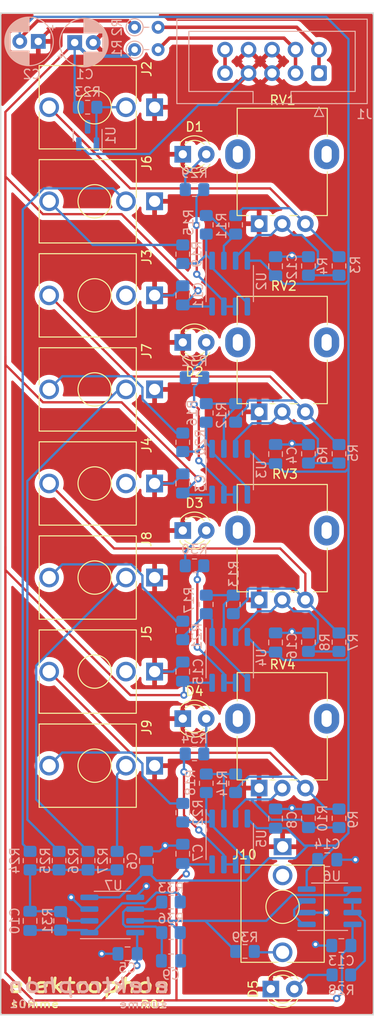
<source format=kicad_pcb>
(kicad_pcb (version 20221018) (generator pcbnew)
  (title_block (title "summe") (date "2021-05-30") (rev "R01") (comment 1 "PCB for main circuit") (comment 2 "DC coupled mixer") (comment 4 "License CC BY 4.0 - Attribution 4.0 International"))
  (layers (0 "F.Cu" signal) (31 "B.Cu" signal) (34 "B.Paste" user) (35 "F.Paste" user) (36 "B.SilkS" user "B.Silkscreen") (37 "F.SilkS" user "F.Silkscreen") (38 "B.Mask" user) (39 "F.Mask" user) (44 "Edge.Cuts" user))
  (net 0 "")
  (net 1 "GND")
  (net 2 "+15V")
  (net 3 "-15V")
  (net 4 "Net-(U7B--)")
  (net 5 "Net-(U7A--)")
  (net 6 "+5V")
  (net 7 "VP")
  (net 8 "VN")
  (net 9 "/IN_1")
  (net 10 "/IN_2")
  (net 11 "/IN_3")
  (net 12 "/IN_4")
  (net 13 "/MIX_1")
  (net 14 "Net-(J6-PadT)")
  (net 15 "/MIX_2")
  (net 16 "Net-(J7-PadT)")
  (net 17 "/MIX_3")
  (net 18 "Net-(J8-PadT)")
  (net 19 "/MIX_4")
  (net 20 "Net-(J9-PadT)")
  (net 21 "Net-(J10-PadT)")
  (net 22 "Net-(D1-A)")
  (net 23 "Net-(D2-A)")
  (net 24 "Net-(D3-A)")
  (net 25 "/OUT")
  (net 26 "Net-(D4-A)")
  (net 27 "Net-(D5-A)")
  (net 32 "Net-(U2A-+)")
  (net 33 "Net-(U3A-+)")
  (net 34 "Net-(U4A-+)")
  (net 35 "Net-(U5A-+)")
  (net 36 "Net-(C10-Pad1)")
  (net 37 "Net-(U2A--)")
  (net 38 "Net-(U3A--)")
  (net 39 "Net-(U4A--)")
  (net 40 "/REF")
  (net 41 "Net-(U5A--)")
  (net 42 "Net-(U6B--)")
  (net 43 "Net-(U2B--)")
  (net 44 "Net-(U4B--)")
  (net 45 "Net-(U3B--)")
  (net 46 "Net-(U5B--)")
  (net 47 "Net-(U6A-+)")
  (net 48 "Net-(J2-PadT)")
  (net 49 "Net-(J3-PadT)")
  (net 50 "Net-(J4-PadT)")
  (net 51 "Net-(J5-PadT)")
  (footprint "elektrophon:Jack_3.5mm_WQP-PJ398SM_Vertical" (layer "F.Cu") (at 60.96 60.96 -90)
    (fp_text reference "J2")
    (fp_text value "IN")
  )
  (footprint "elektrophon:Jack_3.5mm_WQP-PJ398SM_Vertical" (layer "F.Cu") (at 60.96 81.28 -90)
    (fp_text reference "J3")
    (fp_text value "IN")
  )
  (footprint "elektrophon:Jack_3.5mm_WQP-PJ398SM_Vertical" (layer "F.Cu") (at 60.96 101.6 -90)
    (fp_text reference "J4")
    (fp_text value "IN")
  )
  (footprint "elektrophon:Jack_3.5mm_WQP-PJ398SM_Vertical" (layer "F.Cu") (at 60.96 121.92 -90)
    (fp_text reference "J5")
    (fp_text value "IN")
  )
  (footprint "elektrophon:Jack_3.5mm_WQP-PJ398SM_Vertical" (layer "F.Cu") (at 60.96 71.12 -90)
    (fp_text reference "J6")
    (fp_text value "OUT")
  )
  (footprint "elektrophon:Jack_3.5mm_WQP-PJ398SM_Vertical" (layer "F.Cu") (at 60.96 91.44 -90)
    (fp_text reference "J7")
    (fp_text value "OUT")
  )
  (footprint "elektrophon:Jack_3.5mm_WQP-PJ398SM_Vertical" (layer "F.Cu") (at 60.96 111.76 -90)
    (fp_text reference "J8")
    (fp_text value "OUT")
  )
  (footprint "elektrophon:Jack_3.5mm_WQP-PJ398SM_Vertical" (layer "F.Cu") (at 60.96 132.08 -90)
    (fp_text reference "J9")
    (fp_text value "OUT")
  )
  (footprint "elektrophon:Jack_3.5mm_WQP-PJ398SM_Vertical" (layer "F.Cu") (at 81.28 147.32)
    (fp_text reference "J10")
    (fp_text value "OUT")
  )
  (footprint "elektrophon:Potentiometer_Alpha_RD901F-40-00D_Single_Vertical" (layer "F.Cu") (at 81.28 66.04 90)
    (fp_text reference "RV1")
    (fp_text value "100k")
  )
  (footprint "elektrophon:Potentiometer_Alpha_RD901F-40-00D_Single_Vertical" (layer "F.Cu") (at 81.28 86.36 90)
    (fp_text reference "RV2")
    (fp_text value "100k")
  )
  (footprint "elektrophon:Potentiometer_Alpha_RD901F-40-00D_Single_Vertical" (layer "F.Cu") (at 81.28 106.68 90)
    (fp_text reference "RV3")
    (fp_text value "100k")
  )
  (footprint "elektrophon:Potentiometer_Alpha_RD901F-40-00D_Single_Vertical" (layer "F.Cu") (at 81.28 127 90)
    (fp_text reference "RV4")
    (fp_text value "100k")
  )
  (footprint "LED_THT:LED_D3.0mm" (layer "F.Cu") (at 80.01 156.21)
    (fp_text reference "D5")
    (fp_text value "LED (Red/Yellow)")
  )
  (footprint "LED_THT:LED_D3.0mm" (layer "F.Cu") (at 70.485 66.04)
    (fp_text reference "D1")
    (fp_text value "LED (Green/Yellow)")
  )
  (footprint "LED_THT:LED_D3.0mm" (layer "F.Cu") (at 70.485 106.68)
    (fp_text reference "D3")
    (fp_text value "LED (Green/Yellow)")
  )
  (footprint "LED_THT:LED_D3.0mm" (layer "F.Cu") (at 70.485 86.36)
    (fp_text reference "D2")
    (fp_text value "LED (Green/Yellow)")
  )
  (footprint "LED_THT:LED_D3.0mm" (layer "F.Cu") (at 70.485 127)
    (fp_text reference "D4")
    (fp_text value "LED (Green/Yellow)")
  )
  (footprint "elektrophon:elektrophon logo" (layer "F.Cu") (at 60.325 156.845)
    (fp_text reference "REF**" hide)
    (fp_text value "elektrophon logo" hide)
  )
  (footprint "Capacitor_THT:CP_Radial_D5.0mm_P2.00mm" (layer "B.Cu") (at 58.801 53.975)
    (fp_text reference "C1")
    (fp_text value "22u")
  )
  (footprint "Capacitor_THT:CP_Radial_D5.0mm_P2.00mm" (layer "B.Cu") (at 54.864 53.848 180)
    (fp_text reference "C2")
    (fp_text value "22u")
  )
  (footprint "Connector_IDC:IDC-Header_2x05_P2.54mm_Vertical" (layer "B.Cu") (at 85.217 57.277 90)
    (fp_text reference "J1")
    (fp_text value "IDC Header")
  )
  (footprint "Resistor_THT:R_Axial_DIN0204_L3.6mm_D1.6mm_P2.54mm_Vertical" (layer "B.Cu") (at 65.278 54.737)
    (fp_text reference "R1")
    (fp_text value "10")
  )
  (footprint "Resistor_THT:R_Axial_DIN0204_L3.6mm_D1.6mm_P2.54mm_Vertical" (layer "B.Cu") (at 65.278 52.324)
    (fp_text reference "R2")
    (fp_text value "10")
  )
  (footprint "Resistor_SMD:R_0805_2012Metric_Pad1.20x1.40mm_HandSolder" (layer "B.Cu") (at 87.376 78.105 -90)
    (fp_text reference "R3")
    (fp_text value "47k")
  )
  (footprint "Resistor_SMD:R_0805_2012Metric_Pad1.20x1.40mm_HandSolder" (layer "B.Cu") (at 84.074 78.105 90)
    (fp_text reference "R4")
    (fp_text value "47k")
  )
  (footprint "Resistor_SMD:R_0805_2012Metric_Pad1.20x1.40mm_HandSolder" (layer "B.Cu") (at 87.376 98.395 -90)
    (fp_text reference "R5")
    (fp_text value "47k")
  )
  (footprint "Resistor_SMD:R_0805_2012Metric_Pad1.20x1.40mm_HandSolder" (layer "B.Cu") (at 84.074 98.395 90)
    (fp_text reference "R6")
    (fp_text value "47k")
  )
  (footprint "Resistor_SMD:R_0805_2012Metric_Pad1.20x1.40mm_HandSolder" (layer "B.Cu") (at 87.376 118.745 -90)
    (fp_text reference "R7")
    (fp_text value "47k")
  )
  (footprint "Resistor_SMD:R_0805_2012Metric_Pad1.20x1.40mm_HandSolder" (layer "B.Cu") (at 84.074 118.745 90)
    (fp_text reference "R8")
    (fp_text value "47k")
  )
  (footprint "Resistor_SMD:R_0805_2012Metric_Pad1.20x1.40mm_HandSolder" (layer "B.Cu") (at 87.376 137.765 -90)
    (fp_text reference "R9")
    (fp_text value "47k")
  )
  (footprint "Resistor_SMD:R_0805_2012Metric_Pad1.20x1.40mm_HandSolder" (layer "B.Cu") (at 84.074 137.765 90)
    (fp_text reference "R10")
    (fp_text value "47k")
  )
  (footprint "Resistor_SMD:R_0805_2012Metric_Pad1.20x1.40mm_HandSolder" (layer "B.Cu") (at 76.2 73.66 90)
    (fp_text reference "R11")
    (fp_text value "100k")
  )
  (footprint "Resistor_SMD:R_0805_2012Metric_Pad1.20x1.40mm_HandSolder" (layer "B.Cu") (at 76.2 93.98 -90)
    (fp_text reference "R12")
    (fp_text value "100k")
  )
  (footprint "Resistor_SMD:R_0805_2012Metric_Pad1.20x1.40mm_HandSolder" (layer "B.Cu") (at 75.946 114.665 -90)
    (fp_text reference "R13")
    (fp_text value "100k")
  )
  (footprint "Resistor_SMD:R_0805_2012Metric_Pad1.20x1.40mm_HandSolder" (layer "B.Cu") (at 76.2 133.985 -90)
    (fp_text reference "R14")
    (fp_text value "100k")
  )
  (footprint "Resistor_SMD:R_0805_2012Metric_Pad1.20x1.40mm_HandSolder" (layer "B.Cu") (at 73.025 73.66 90)
    (fp_text reference "R15")
    (fp_text value "100k")
  )
  (footprint "Resistor_SMD:R_0805_2012Metric_Pad1.20x1.40mm_HandSolder" (layer "B.Cu") (at 73.025 93.98 90)
    (fp_text reference "R16")
    (fp_text value "100k")
  )
  (footprint "Resistor_SMD:R_0805_2012Metric_Pad1.20x1.40mm_HandSolder" (layer "B.Cu") (at 73.025 114.665 90)
    (fp_text reference "R17")
    (fp_text value "100k")
  )
  (footprint "Resistor_SMD:R_0805_2012Metric_Pad1.20x1.40mm_HandSolder" (layer "B.Cu") (at 73.025 133.985 90)
    (fp_text reference "R18")
    (fp_text value "100k")
  )
  (footprint "Resistor_SMD:R_0805_2012Metric_Pad1.20x1.40mm_HandSolder" (layer "B.Cu") (at 70.485 76.835 90)
    (fp_text reference "R19")
    (fp_text value "1k")
  )
  (footprint "Resistor_SMD:R_0805_2012Metric_Pad1.20x1.40mm_HandSolder" (layer "B.Cu") (at 70.485 97.155 90)
    (fp_text reference "R20")
    (fp_text value "1k")
  )
  (footprint "Resistor_SMD:R_0805_2012Metric_Pad1.20x1.40mm_HandSolder" (layer "B.Cu") (at 70.485 117.475 90)
    (fp_text reference "R21")
    (fp_text value "1k")
  )
  (footprint "Resistor_SMD:R_0805_2012Metric_Pad1.20x1.40mm_HandSolder" (layer "B.Cu") (at 70.485 137.16 90)
    (fp_text reference "R22")
    (fp_text value "1k")
  )
  (footprint "Resistor_SMD:R_0805_2012Metric_Pad1.20x1.40mm_HandSolder" (layer "B.Cu") (at 53.975 142.337 -90)
    (fp_text reference "R24")
    (fp_text value "100k")
  )
  (footprint "Resistor_SMD:R_0805_2012Metric_Pad1.20x1.40mm_HandSolder" (layer "B.Cu") (at 57.1108 142.337 -90)
    (fp_text reference "R25")
    (fp_text value "100k")
  )
  (footprint "Resistor_SMD:R_0805_2012Metric_Pad1.20x1.40mm_HandSolder" (layer "B.Cu") (at 60.2465 142.337 -90)
    (fp_text reference "R26")
    (fp_text value "100k")
  )
  (footprint "Resistor_SMD:R_0805_2012Metric_Pad1.20x1.40mm_HandSolder" (layer "B.Cu") (at 63.3822 142.337 -90)
    (fp_text reference "R27")
    (fp_text value "100k")
  )
  (footprint "Resistor_SMD:R_0805_2012Metric_Pad1.20x1.40mm_HandSolder" (layer "B.Cu") (at 57.277 148.844 -90)
    (fp_text reference "R31")
    (fp_text value "100k")
  )
  (footprint "Resistor_SMD:R_0805_2012Metric_Pad1.20x1.40mm_HandSolder" (layer "B.Cu") (at 69.215 146.812 180)
    (fp_text reference "R33")
    (fp_text value "100k")
  )
  (footprint "Resistor_SMD:R_0805_2012Metric_Pad1.20x1.40mm_HandSolder" (layer "B.Cu") (at 69.215 150.114)
    (fp_text reference "R36")
    (fp_text value "100k")
  )
  (footprint "Resistor_SMD:R_0805_2012Metric_Pad1.20x1.40mm_HandSolder" (layer "B.Cu") (at 77.216 152.146)
    (fp_text reference "R39")
    (fp_text value "1k")
  )
  (footprint "Capacitor_SMD:C_0805_2012Metric_Pad1.18x1.45mm_HandSolder" (layer "B.Cu") (at 70.485 101.6 90)
    (fp_text reference "C3")
    (fp_text value "0.1u")
  )
  (footprint "Capacitor_SMD:C_0805_2012Metric_Pad1.18x1.45mm_HandSolder" (layer "B.Cu") (at 80.518 98.425 -90)
    (fp_text reference "C4")
    (fp_text value "0.1u")
  )
  (footprint "Capacitor_SMD:C_0805_2012Metric_Pad1.18x1.45mm_HandSolder" (layer "B.Cu") (at 64.516 152.4 180)
    (fp_text reference "C5")
    (fp_text value "0.1u")
  )
  (footprint "Capacitor_SMD:C_0805_2012Metric_Pad1.18x1.45mm_HandSolder" (layer "B.Cu") (at 66.548 142.367 -90)
    (fp_text reference "C6")
    (fp_text value "0.1u")
  )
  (footprint "Capacitor_SMD:C_0805_2012Metric_Pad1.18x1.45mm_HandSolder" (layer "B.Cu") (at 70.485 141.605 90)
    (fp_text reference "C7")
    (fp_text value "0.1u")
  )
  (footprint "Capacitor_SMD:C_0805_2012Metric_Pad1.18x1.45mm_HandSolder" (layer "B.Cu") (at 80.518 137.795 -90)
    (fp_text reference "C8")
    (fp_text value "0.1u")
  )
  (footprint "Capacitor_SMD:C_0805_2012Metric_Pad1.18x1.45mm_HandSolder" (layer "B.Cu") (at 53.975 148.844 90)
    (fp_text reference "C10")
    (fp_text value "100p")
  )
  (footprint "Capacitor_SMD:C_0805_2012Metric_Pad1.18x1.45mm_HandSolder" (layer "B.Cu") (at 70.485 81.28 90)
    (fp_text reference "C11")
    (fp_text value "0.1u")
  )
  (footprint "Capacitor_SMD:C_0805_2012Metric_Pad1.18x1.45mm_HandSolder" (layer "B.Cu") (at 80.518 78.135 -90)
    (fp_text reference "C12")
    (fp_text value "0.1u")
  )
  (footprint "Capacitor_SMD:C_0805_2012Metric_Pad1.18x1.45mm_HandSolder" (layer "B.Cu") (at 87.63 151.511 180)
    (fp_text reference "C13")
    (fp_text value "0.1u")
  )
  (footprint "Capacitor_SMD:C_0805_2012Metric_Pad1.18x1.45mm_HandSolder" (layer "B.Cu") (at 86.106 142.24 180)
    (fp_text reference "C14")
    (fp_text value "0.1u")
  )
  (footprint "Capacitor_SMD:C_0805_2012Metric_Pad1.18x1.45mm_HandSolder" (layer "B.Cu") (at 70.485 121.92 90)
    (fp_text reference "C15")
    (fp_text value "0.1u")
  )
  (footprint "Capacitor_SMD:C_0805_2012Metric_Pad1.18x1.45mm_HandSolder" (layer "B.Cu") (at 80.518 118.775 -90)
    (fp_text reference "C16")
    (fp_text value "0.1u")
  )
  (footprint "Resistor_SMD:R_0805_2012Metric_Pad1.20x1.40mm_HandSolder" (layer "B.Cu") (at 60.198 60.96 180)
    (fp_text reference "R23")
    (fp_text value "8.2k")
  )
  (footprint "Resistor_SMD:R_0805_2012Metric_Pad1.20x1.40mm_HandSolder" (layer "B.Cu") (at 87.63 154.686)
    (fp_text reference "R28")
    (fp_text value "510")
  )
  (footprint "Resistor_SMD:R_0805_2012Metric_Pad1.20x1.40mm_HandSolder" (layer "B.Cu") (at 71.755 69.85)
    (fp_text reference "R29")
    (fp_text value "510")
  )
  (footprint "Resistor_SMD:R_0805_2012Metric_Pad1.20x1.40mm_HandSolder" (layer "B.Cu") (at 71.755 110.49)
    (fp_text reference "R30")
    (fp_text value "510")
  )
  (footprint "Resistor_SMD:R_0805_2012Metric_Pad1.20x1.40mm_HandSolder" (layer "B.Cu") (at 71.755 90.17)
    (fp_text reference "R32")
    (fp_text value "510")
  )
  (footprint "Resistor_SMD:R_0805_2012Metric_Pad1.20x1.40mm_HandSolder" (layer "B.Cu") (at 71.755 130.81 180)
    (fp_text reference "R34")
    (fp_text value "510")
  )
  (footprint "Package_TO_SOT_SMD:SOT-23" (layer "B.Cu") (at 60.198 64.008 90)
    (fp_text reference "U1")
    (fp_text value "LM4040BIM3-5.0")
  )
  (footprint "Package_SO:SOIC-8_3.9x4.9mm_P1.27mm" (layer "B.Cu") (at 75.565 80.01 -90)
    (fp_text reference "U2")
    (fp_text value "TL072")
  )
  (footprint "Package_SO:SOIC-8_3.9x4.9mm_P1.27mm" (layer "B.Cu") (at 75.565 100.33 -90)
    (fp_text reference "U3")
    (fp_text value "TL072")
  )
  (footprint "Package_SO:SOIC-8_3.9x4.9mm_P1.27mm" (layer "B.Cu") (at 75.565 120.65 -90)
    (fp_text reference "U4")
    (fp_text value "TL072")
  )
  (footprint "Package_SO:SOIC-8_3.9x4.9mm_P1.27mm" (layer "B.Cu") (at 75.565 140.27 -90)
    (fp_text reference "U5")
    (fp_text value "TL072")
  )
  (footprint "Package_SO:SOIC-8_3.9x4.9mm_P1.27mm" (layer "B.Cu") (at 86.36 147.32)
    (fp_text reference "U6")
    (fp_text value "TL072")
  )
  (footprint "Package_SO:SOIC-8_3.9x4.9mm_P1.27mm" (layer "B.Cu") (at 62.865 148.209)
    (fp_text reference "U7")
    (fp_text value "TL072")
  )
  (footprint "Capacitor_SMD:C_0805_2012Metric_Pad1.18x1.45mm_HandSolder" (layer "B.Cu") (at 69.215 153.162 180)
    (fp_text reference "C9")
    (fp_text value "100p")
  )
  (gr_line (start 50.8 50.8) (end 50.8 158.98) (stroke (width 0.15)) (layer "Edge.Cuts"))
  (gr_line (start 50.8 50.8) (end 91.1 50.8) (stroke (width 0.15)) (layer "Edge.Cuts"))
  (gr_line (start 91.1 158.98) (end 50.8 158.98) (stroke (width 0.15)) (layer "Edge.Cuts"))
  (gr_line (start 91.1 50.8) (end 91.1 158.98) (stroke (width 0.15)) (layer "Edge.Cuts"))
  (segment (start 61.711557 52.784499) (end 67.444559 58.517501) (width 0.381) (layer "F.Cu") (net 1))
  (segment (start 55.927501 52.784499) (end 61.711557 52.784499) (width 0.381) (layer "F.Cu") (net 1))
  (segment (start 76.356499 58.517501) (end 77.597 57.277) (width 0.381) (layer "F.Cu") (net 1))
  (segment (start 67.444559 58.517501) (end 76.356499 58.517501) (width 0.381) (layer "F.Cu") (net 1))
  (segment (start 54.864 53.848) (end 55.927501 52.784499) (width 0.381) (layer "F.Cu") (net 1))
  (via (at 82.296 76.962) (size 0.8) (drill 0.4) (layers "F.Cu" "B.Cu") (net 1))
  (via (at 84.836 151.384) (size 0.8) (drill 0.4) (layers "F.Cu" "B.Cu") (net 1))
  (via (at 82.296 136.652) (size 0.8) (drill 0.4) (layers "F.Cu" "B.Cu") (net 1))
  (via (at 82.296 117.602) (size 0.8) (drill 0.4) (layers "F.Cu" "B.Cu") (net 1))
  (via (at 89.154 142.24) (size 0.8) (drill 0.4) (layers "F.Cu" "B.Cu") (net 1))
  (via (at 82.296 97.282) (size 0.8) (drill 0.4) (layers "F.Cu" "B.Cu") (net 1))
  (via (at 85.979 147.955) (size 0.8) (drill 0.4) (layers "F.Cu" "B.Cu") (net 1))
  (via (at 66.548 145.096) (size 0.8) (drill 0.4) (layers "F.Cu" "B.Cu") (net 1))
  (via (at 68.58 140.716) (size 0.8) (drill 0.4) (layers "F.Cu" "B.Cu") (net 1))
  (via (at 58.42 146.304) (size 0.8) (drill 0.4) (layers "F.Cu" "B.Cu") (net 1))
  (via (at 61.722 152.4) (size 0.8) (drill 0.4) (layers "F.Cu" "B.Cu") (net 1))
  (segment (start 84.963 151.511) (end 84.836 151.384) (width 0.25) (layer "B.Cu") (net 1))
  (segment (start 82.1905 97.3875) (end 82.296 97.282) (width 0.25) (layer "B.Cu") (net 1))
  (segment (start 84.074 77.105) (end 82.439 77.105) (width 0.25) (layer "B.Cu") (net 1))
  (segment (start 70.3365 140.716) (end 70.485 140.5675) (width 0.25) (layer "B.Cu") (net 1))
  (segment (start 82.1605 77.0975) (end 82.296 76.962) (width 0.25) (layer "B.Cu") (net 1))
  (segment (start 66.8848 66.008) (end 72.1868 60.706) (width 0.25) (layer "B.Cu") (net 1))
  (segment (start 87.1435 142.24) (end 89.154 142.24) (width 0.25) (layer "B.Cu") (net 1))
  (segment (start 69.4475 101.6) (end 70.485 100.5625) (width 0.25) (layer "B.Cu") (net 1))
  (segment (start 59.248 64.9455) (end 60.3105 66.008) (width 0.25) (layer "B.Cu") (net 1))
  (segment (start 83.885 147.955) (end 85.979 147.955) (width 0.25) (layer "B.Cu") (net 1))
  (segment (start 68.58 140.716) (end 70.3365 140.716) (width 0.25) (layer "B.Cu") (net 1))
  (segment (start 80.518 117.7375) (end 82.1605 117.7375) (width 0.25) (layer "B.Cu") (net 1))
  (segment (start 84.074 117.745) (end 82.439 117.745) (width 0.25) (layer "B.Cu") (net 1))
  (segment (start 82.439 117.745) (end 82.296 117.602) (width 0.25) (layer "B.Cu") (net 1))
  (segment (start 72.1868 60.706) (end 74.168 60.706) (width 0.25) (layer "B.Cu") (net 1))
  (segment (start 80.518 136.7575) (end 82.1905 136.7575) (width 0.25) (layer "B.Cu") (net 1))
  (segment (start 69.4475 121.92) (end 70.485 120.8825) (width 0.25) (layer "B.Cu") (net 1))
  (segment (start 82.409 136.765) (end 82.296 136.652) (width 0.25) (layer "B.Cu") (net 1))
  (segment (start 80.518 77.0975) (end 82.1605 77.0975) (width 0.25) (layer "B.Cu") (net 1))
  (segment (start 82.439 77.105) (end 82.296 76.962) (width 0.25) (layer "B.Cu") (net 1))
  (segment (start 84.074 136.765) (end 82.409 136.765) (width 0.25) (layer "B.Cu") (net 1))
  (segment (start 67.44 121.92) (end 69.4475 121.92) (width 0.25) (layer "B.Cu") (net 1))
  (segment (start 67.9665 141.3295) (end 68.58 140.716) (width 0.25) (layer "B.Cu") (net 1))
  (segment (start 82.1905 136.7575) (end 82.296 136.652) (width 0.25) (layer "B.Cu") (net 1))
  (segment (start 66.548 141.3295) (end 67.9665 141.3295) (width 0.25) (layer "B.Cu") (net 1))
  (segment (start 59.69 147.574) (end 58.42 146.304) (width 0.25) (layer "B.Cu") (net 1))
  (segment (start 63.4785 152.4) (end 61.722 152.4) (width 0.25) (layer "B.Cu") (net 1))
  (segment (start 67.44 81.28) (end 69.4475 81.28) (width 0.25) (layer "B.Cu") (net 1))
  (segment (start 80.518 97.3875) (end 82.1905 97.3875) (width 0.25) (layer "B.Cu") (net 1))
  (segment (start 86.5925 151.511) (end 84.963 151.511) (width 0.25) (layer "B.Cu") (net 1))
  (segment (start 82.409 97.395) (end 82.296 97.282) (width 0.25) (layer "B.Cu") (net 1))
  (segment (start 69.4475 81.28) (end 70.485 80.2425) (width 0.25) (layer "B.Cu") (net 1))
  (segment (start 74.168 60.706) (end 77.597 57.277) (width 0.25) (layer "B.Cu") (net 1))
  (segment (start 67.44 101.6) (end 69.4475 101.6) (width 0.25) (layer "B.Cu") (net 1))
  (segment (start 82.1605 117.7375) (end 82.296 117.602) (width 0.25) (layer "B.Cu") (net 1))
  (segment (start 60.3105 66.008) (end 66.8848 66.008) (width 0.25) (layer "B.Cu") (net 1))
  (segment (start 60.39 147.574) (end 59.69 147.574) (width 0.25) (layer "B.Cu") (net 1))
  (segment (start 65.34 146.304) (end 66.548 145.096) (width 0.25) (layer "B.Cu") (net 1))
  (segment (start 84.074 97.395) (end 82.409 97.395) (width 0.25) (layer "B.Cu") (net 1))
  (segment (start 51.308 61.468) (end 51.308 68.072) (width 0.25) (layer "F.Cu") (net 2))
  (segment (start 54.311001 157.435001) (end 56.432999 157.435001) (width 0.25) (layer "F.Cu") (net 2))
  (segment (start 69.805001 144.570999) (end 70.60598 143.77002) (width 0.25) (layer "F.Cu") (net 2))
  (segment (start 55.372799 92.830001) (end 51.308 88.765202) (width 0.25) (layer "F.Cu") (net 2))
  (segment (start 86.912999 157.435001) (end 87.122 157.226) (width 0.25) (layer "F.Cu") (net 2))
  (segment (start 51.308 87.884) (end 51.308 108.458) (width 0.25) (layer "F.Cu") (net 2))
  (segment (start 72.136 101.092) (end 63.874001 92.830001) (width 0.25) (layer "F.Cu") (net 2))
  (segment (start 51.308 68.072) (end 51.308 87.884) (width 0.25) (layer "F.Cu") (net 2))
  (segment (start 55.372799 72.510001) (end 51.308 68.445202) (width 0.25) (layer "F.Cu") (net 2))
  (segment (start 69.805001 157.435001) (end 69.805001 144.570999) (width 0.25) (layer "F.Cu") (net 2))
  (segment (start 51.308 88.765202) (end 51.308 87.884) (width 0.25) (layer "F.Cu") (net 2))
  (segment (start 51.308 154.432) (end 54.311001 157.435001) (width 0.25) (layer "F.Cu") (net 2))
  (segment (start 69.805001 157.435001) (end 86.912999 157.435001) (width 0.25) (layer "F.Cu") (net 2))
  (segment (start 61.766999 157.435001) (end 65.532 153.67) (width 0.25) (layer "F.Cu") (net 2))
  (segment (start 51.308 68.445202) (end 51.308 68.072) (width 0.25) (layer "F.Cu") (net 2))
  (segment (start 72.136 80.772) (end 63.874001 72.510001) (width 0.25) (layer "F.Cu") (net 2))
  (segment (start 56.432999 157.435001) (end 69.805001 157.435001) (width 0.25) (layer "F.Cu") (net 2))
  (segment (start 51.308 108.458) (end 51.308 154.432) (width 0.25) (layer "F.Cu") (net 2))
  (segment (start 63.874001 92.830001) (end 55.372799 92.830001) (width 0.25) (layer "F.Cu") (net 2))
  (segment (start 58.801 53.975) (end 51.308 61.468) (width 0.25) (layer "F.Cu") (net 2))
  (segment (start 70.60598 143.77002) (end 70.866 143.77002) (width 0.25) (layer "F.Cu") (net 2))
  (segment (start 56.432999 157.435001) (end 61.766999 157.435001) (width 0.25) (layer "F.Cu") (net 2))
  (segment (start 63.874001 72.510001) (end 55.372799 72.510001) (width 0.25) (layer "F.Cu") (net 2))
  (segment (start 64.822798 124.46) (end 70.612 124.46) (width 0.25) (layer "F.Cu") (net 2))
  (segment (start 51.308 110.945202) (end 64.822798 124.46) (width 0.25) (layer "F.Cu") (net 2))
  (segment (start 51.308 108.458) (end 51.308 110.945202) (width 0.25) (layer "F.Cu") (net 2))
  (via (at 72.136 80.772) (size 0.8) (drill 0.4) (layers "F.Cu" "B.Cu") (net 2))
  (via (at 65.532 153.67) (size 0.8) (drill 0.4) (layers "F.Cu" "B.Cu") (net 2))
  (via (at 87.122 157.226) (size 0.8) (drill 0.4) (layers "F.Cu" "B.Cu") (net 2))
  (via (at 70.866 143.77002) (size 0.8) (drill 0.4) (layers "F.Cu" "B.Cu") (net 2))
  (via (at 72.136 101.092) (size 0.8) (drill 0.4) (layers "F.Cu" "B.Cu") (net 2))
  (via (at 70.612 124.46) (size 0.8) (drill 0.4) (layers "F.Cu" "B.Cu") (net 2))
  (segment (start 73.66 123.125) (end 70.6525 123.125) (width 0.25) (layer "B.Cu") (net 2))
  (segment (start 73.66 82.485) (end 70.6525 82.485) (width 0.25) (layer "B.Cu") (net 2))
  (segment (start 88.835 151.3435) (end 88.6675 151.511) (width 0.25) (layer "B.Cu") (net 2))
  (segment (start 87.70499 152.47351) (end 88.6675 151.511) (width 0.25) (layer "B.Cu") (net 2))
  (segment (start 70.866 143.77002) (end 70.866 143.0235) (width 0.25) (layer "B.Cu") (net 2))
  (segment (start 73.66 142.745) (end 70.5875 142.745) (width 0.25) (layer "B.Cu") (net 2))
  (segment (start 58.801 53.975) (end 60.262999 55.436999) (width 0.381) (layer "B.Cu") (net 2))
  (segment (start 65.532 152.4215) (end 65.5535 152.4) (width 0.25) (layer "B.Cu") (net 2))
  (segment (start 70.6525 82.485) (end 70.485 82.3175) (width 0.25) (layer "B.Cu") (net 2))
  (segment (start 70.612 124.46) (end 70.612 123.0845) (width 0.25) (layer "B.Cu") (net 2))
  (segment (start 70.6525 123.125) (end 70.485 122.9575) (width 0.25) (layer "B.Cu") (net 2))
  (segment (start 87.70499 156.64301) (end 87.70499 152.47351) (width 0.25) (layer "B.Cu") (net 2))
  (segment (start 58.801 53.975) (end 58.801 60.563) (width 0.25) (layer "B.Cu") (net 2))
  (segment (start 70.5905 102.6375) (end 72.136 101.092) (width 0.25) (layer "B.Cu") (net 2))
  (segment (start 65.5535 152.4) (end 65.5535 150.3275) (width 0.25) (layer "B.Cu") (net 2))
  (segment (start 70.5875 142.745) (end 70.485 142.6425) (width 0.25) (layer "B.Cu") (net 2))
  (segment (start 70.5905 82.3175) (end 72.136 80.772) (width 0.25) (layer "B.Cu") (net 2))
  (segment (start 64.578001 55.436999) (end 65.278 54.737) (width 0.381) (layer "B.Cu") (net 2))
  (segment (start 70.6525 102.805) (end 70.485 102.6375) (width 0.25) (layer "B.Cu") (net 2))
  (segment (start 70.612 123.0845) (end 70.485 122.9575) (width 0.25) (layer "B.Cu") (net 2))
  (segment (start 70.866 143.0235) (end 70.485 142.6425) (width 0.25) (layer "B.Cu") (net 2))
  (segment (start 88.835 149.225) (end 88.835 151.3435) (width 0.25) (layer "B.Cu") (net 2))
  (segment (start 58.801 60.563) (end 59.198 60.96) (width 0.25) (layer "B.Cu") (net 2))
  (segment (start 70.485 102.6375) (end 70.5905 102.6375) (width 0.25) (layer "B.Cu") (net 2))
  (segment (start 65.532 153.67) (end 65.532 152.4215) (width 0.25) (layer "B.Cu") (net 2))
  (segment (start 73.66 102.805) (end 70.6525 102.805) (width 0.25) (layer "B.Cu") (net 2))
  (segment (start 87.122 157.226) (end 87.70499 156.64301) (width 0.25) (layer "B.Cu") (net 2))
  (segment (start 65.5535 150.3275) (end 65.34 150.114) (width 0.25) (layer "B.Cu") (net 2))
  (segment (start 70.485 82.3175) (end 70.5905 82.3175) (width 0.25) (layer "B.Cu") (net 2))
  (segment (start 60.262999 55.436999) (end 64.578001 55.436999) (width 0.381) (layer "B.Cu") (net 2))
  (segment (start 54.785098 51.624) (end 64.578 51.624) (width 0.381) (layer "F.Cu") (net 3))
  (segment (start 65.278 52.324) (end 64.578 51.624) (width 0.381) (layer "F.Cu") (net 3))
  (segment (start 54.785098 51.624) (end 52.864 53.545098) (width 0.381) (layer "F.Cu") (net 3))
  (segment (start 52.864 53.545098) (end 52.864 53.848) (width 0.381) (layer "F.Cu") (net 3))
  (segment (start 88.40101 139.35318) (end 87.842095 139.912095) (width 0.25) (layer "B.Cu") (net 3))
  (segment (start 86.106 140.716) (end 83.621002 140.716) (width 0.25) (layer "B.Cu") (net 3))
  (segment (start 88.40101 76.19099) (end 88.40101 94.24301) (width 0.25) (layer "B.Cu") (net 3))
  (segment (start 88.40101 113.27499) (end 88.40101 139.35318) (width 0.25) (layer "B.Cu") (net 3))
  (segment (start 63.6485 146.304) (end 60.39 146.304) (width 0.25) (layer "B.Cu") (net 3))
  (segment (start 54.38062 51.20001) (end 85.99801 51.20001) (width 0.25) (layer "B.Cu") (net 3))
  (segment (start 83.885 143.4235) (end 85.0685 142.24) (width 0.25) (layer "B.Cu") (net 3))
  (segment (start 85.99801 51.20001) (end 88.40101 53.60301) (width 0.25) (layer "B.Cu") (net 3))
  (segment (start 88.40101 120.33318) (end 88.06418 120.67001) (width 0.25) (layer "B.Cu") (net 3))
  (segment (start 88.40101 79.69318) (end 88.40101 76.19099) (width 0.25) (layer "B.Cu") (net 3))
  (segment (start 80.518 138.8325) (end 78.5075 138.8325) (width 0.25) (layer "B.Cu") (net 3))
  (segment (start 78.8805 77.535) (end 80.518 79.1725) (width 0.25) (layer "B.Cu") (net 3))
  (segment (start 88.06418 100.32001) (end 81.37551 100.32001) (width 0.25) (layer "B.Cu") (net 3))
  (segment (start 78.5075 138.8325) (end 77.47 137.795) (width 0.25) (layer "B.Cu") (net 3))
  (segment (start 85.0685 142.24) (end 85.51419 142.24) (width 0.25) (layer "B.Cu") (net 3))
  (segment (start 83.621002 140.716) (end 81.737502 138.8325) (width 0.25) (layer "B.Cu") (net 3))
  (segment (start 54.38062 51.20001) (end 52.864 52.71663) (width 0.25) (layer "B.Cu") (net 3))
  (segment (start 88.06418 120.67001) (end 81.37551 120.67001) (width 0.25) (layer "B.Cu") (net 3))
  (segment (start 81.37551 120.67001) (end 80.518 119.8125) (width 0.25) (layer "B.Cu") (net 3))
  (segment (start 80.518 119.8125) (end 79.1075 119.8125) (width 0.25) (layer "B.Cu") (net 3))
  (segment (start 79.781767 142.080001) (end 82.644001 142.080001) (width 0.25) (layer "B.Cu") (net 3))
  (segment (start 88.40101 76.19099) (end 88.40101 53.60301) (width 0.25) (layer "B.Cu") (net 3))
  (segment (start 77.366748 144.49502) (end 67.63852 144.49502) (width 0.25) (layer "B.Cu") (net 3))
  (segment (start 81.37551 100.32001) (end 80.518 99.4625) (width 0.25) (layer "B.Cu") (net 3))
  (segment (start 66.548 143.4045) (end 63.6485 146.304) (width 0.25) (layer "B.Cu") (net 3))
  (segment (start 87.03819 140.716) (end 86.106 140.716) (width 0.25) (layer "B.Cu") (net 3))
  (segment (start 52.864 52.71663) (end 52.864 53.848) (width 0.25) (layer "B.Cu") (net 3))
  (segment (start 77.47 77.535) (end 78.8805 77.535) (width 0.25) (layer "B.Cu") (net 3))
  (segment (start 88.40101 94.24301) (end 88.40101 99.98318) (width 0.25) (layer "B.Cu") (net 3))
  (segment (start 88.40101 99.98318) (end 88.06418 100.32001) (width 0.25) (layer "B.Cu") (net 3))
  (segment (start 80.518 79.1725) (end 81.37551 80.03001) (width 0.25) (layer "B.Cu") (net 3))
  (segment (start 87.842095 139.912095) (end 87.03819 140.716) (width 0.25) (layer "B.Cu") (net 3))
  (segment (start 67.63852 144.49502) (end 66.548 143.4045) (width 0.25) (layer "B.Cu") (net 3))
  (segment (start 83.885 145.415) (end 83.885 143.4235) (width 0.25) (layer "B.Cu") (net 3))
  (segment (start 79.781767 142.080001) (end 77.366748 144.49502) (width 0.25) (layer "B.Cu") (net 3))
  (segment (start 88.40101 113.27499) (end 88.40101 120.33318) (width 0.25) (layer "B.Cu") (net 3))
  (segment (start 79.1075 119.8125) (end 77.47 118.175) (width 0.25) (layer "B.Cu") (net 3))
  (segment (start 79.0775 99.4625) (end 77.47 97.855) (width 0.25) (layer "B.Cu") (net 3))
  (segment (start 81.737502 138.8325) (end 80.518 138.8325) (width 0.25) (layer "B.Cu") (net 3))
  (segment (start 84.008002 140.716) (end 82.644001 142.080001) (width 0.25) (layer "B.Cu") (net 3))
  (segment (start 88.40101 94.24301) (end 88.40101 113.27499) (width 0.25) (layer "B.Cu") (net 3))
  (segment (start 86.106 140.716) (end 84.008002 140.716) (width 0.25) (layer "B.Cu") (net 3))
  (segment (start 85.51419 142.24) (end 87.842095 139.912095) (width 0.25) (layer "B.Cu") (net 3))
  (segment (start 80.518 99.4625) (end 79.0775 99.4625) (width 0.25) (layer "B.Cu") (net 3))
  (segment (start 88.06418 80.03001) (end 88.40101 79.69318) (width 0.25) (layer "B.Cu") (net 3))
  (segment (start 81.37551 80.03001) (end 88.06418 80.03001) (width 0.25) (layer "B.Cu") (net 3))
  (segment (start 64.03999 147.89901) (end 64.03999 149.190758) (width 0.25) (layer "B.Cu") (net 4))
  (segment (start 64.365 147.574) (end 64.03999 147.89901) (width 0.25) (layer "B.Cu") (net 4))
  (segment (start 68.215 153.1245) (end 68.1775 153.162) (width 0.25) (layer "B.Cu") (net 4))
  (segment (start 65.34 147.574) (end 64.365 147.574) (width 0.25) (layer "B.Cu") (net 4))
  (segment (start 67.57001 149.46901) (end 68.215 150.114) (width 0.25) (layer "B.Cu") (net 4))
  (segment (start 67.453 147.574) (end 68.215 146.812) (width 0.25) (layer "B.Cu") (net 4))
  (segment (start 68.215 150.114) (end 68.215 153.1245) (width 0.25) (layer "B.Cu") (net 4))
  (segment (start 64.03999 149.190758) (end 64.318242 149.46901) (width 0.25) (layer "B.Cu") (net 4))
  (segment (start 64.318242 149.46901) (end 67.57001 149.46901) (width 0.25) (layer "B.Cu") (net 4))
  (segment (start 65.34 147.574) (end 67.453 147.574) (width 0.25) (layer "B.Cu") (net 4))
  (segment (start 53.975 147.8065) (end 57.2395 147.8065) (width 0.25) (layer "B.Cu") (net 5))
  (segment (start 53.975 147.8065) (end 53.975 143.337) (width 0.25) (layer "B.Cu") (net 5))
  (segment (start 58.277 148.844) (end 57.277 147.844) (width 0.25) (layer "B.Cu") (net 5))
  (segment (start 60.39 148.844) (end 58.277 148.844) (width 0.25) (layer "B.Cu") (net 5))
  (segment (start 57.2395 147.8065) (end 57.277 147.844) (width 0.25) (layer "B.Cu") (net 5))
  (segment (start 57.1108 143.337) (end 60.2465 143.337) (width 0.25) (layer "B.Cu") (net 5))
  (segment (start 60.2465 143.337) (end 63.3822 143.337) (width 0.25) (layer "B.Cu") (net 5))
  (segment (start 53.975 143.337) (end 57.1108 143.337) (width 0.25) (layer "B.Cu") (net 5))
  (segment (start 75.057 54.737) (end 75.057 57.277) (width 0.381) (layer "F.Cu") (net 6))
  (segment (start 82.677 54.737) (end 81.4365 53.4965) (width 0.381) (layer "F.Cu") (net 7))
  (segment (start 82.677 54.737) (end 82.677 57.277) (width 0.381) (layer "F.Cu") (net 7))
  (segment (start 69.0585 53.4965) (end 67.818 54.737) (width 0.381) (layer "F.Cu") (net 7))
  (segment (start 81.4365 53.4965) (end 69.0585 53.4965) (width 0.381) (layer "F.Cu") (net 7))
  (segment (start 85.217 54.737) (end 82.804 52.324) (width 0.381) (layer "F.Cu") (net 8))
  (segment (start 82.804 52.324) (end 67.818 52.324) (width 0.381) (layer "F.Cu") (net 8))
  (segment (start 85.217 54.737) (end 85.217 57.277) (width 0.381) (layer "F.Cu") (net 8))
  (segment (start 72.09 77.835) (end 73.025 76.9) (width 0.25) (layer "B.Cu") (net 9))
  (segment (start 73.025 76.9) (end 73.66 77.535) (width 0.25) (layer "B.Cu") (net 9))
  (segment (start 73.66 78.298232) (end 73.66 77.535) (width 0.25) (layer "B.Cu") (net 9))
  (segment (start 77.47 82.485) (end 77.47 82.108232) (width 0.25) (layer "B.Cu") (net 9))
  (segment (start 77.47 82.108232) (end 73.66 78.298232) (width 0.25) (layer "B.Cu") (net 9))
  (segment (start 73.025 74.66) (end 73.025 76.9) (width 0.25) (layer "B.Cu") (net 9))
  (segment (start 70.485 77.835) (end 72.09 77.835) (width 0.25) (layer "B.Cu") (net 9))
  (segment (start 77.47 102.041768) (end 77.47 102.805) (width 0.25) (layer "B.Cu") (net 10))
  (segment (start 70.485 98.155) (end 72.09 98.155) (width 0.25) (layer "B.Cu") (net 10))
  (segment (start 73.66 97.855) (end 73.66 98.231768) (width 0.25) (layer "B.Cu") (net 10))
  (segment (start 72.09 98.155) (end 73.025 97.22) (width 0.25) (layer "B.Cu") (net 10))
  (segment (start 73.025 94.98) (end 73.025 97.22) (width 0.25) (layer "B.Cu") (net 10))
  (segment (start 73.66 98.231768) (end 77.47 102.041768) (width 0.25) (layer "B.Cu") (net 10))
  (segment (start 73.025 97.22) (end 73.66 97.855) (width 0.25) (layer "B.Cu") (net 10))
  (segment (start 73.66 116.3) (end 73.025 115.665) (width 0.25) (layer "B.Cu") (net 11))
  (segment (start 73.66 118.175) (end 73.66 118.938232) (width 0.25) (layer "B.Cu") (net 11))
  (segment (start 73.66 118.175) (end 73.66 116.3) (width 0.25) (layer "B.Cu") (net 11))
  (segment (start 73.66 118.938232) (end 77.47 122.748232) (width 0.25) (layer "B.Cu") (net 11))
  (segment (start 77.47 122.748232) (end 77.47 123.125) (width 0.25) (layer "B.Cu") (net 11))
  (segment (start 70.485 118.475) (end 70.485 118.205) (width 0.25) (layer "B.Cu") (net 11))
  (segment (start 70.485 118.205) (end 73.025 115.665) (width 0.25) (layer "B.Cu") (net 11))
  (segment (start 73.025 134.985) (end 73.025 137.16) (width 0.25) (layer "B.Cu") (net 12))
  (segment (start 73.66 138.558232) (end 73.66 137.795) (width 0.25) (layer "B.Cu") (net 12))
  (segment (start 73.295 138.16) (end 73.66 137.795) (width 0.25) (layer "B.Cu") (net 12))
  (segment (start 77.47 142.745) (end 77.47 142.368232) (width 0.25) (layer "B.Cu") (net 12))
  (segment (start 73.025 137.16) (end 73.66 137.795) (width 0.25) (layer "B.Cu") (net 12))
  (segment (start 70.485 138.16) (end 73.295 138.16) (width 0.25) (layer "B.Cu") (net 12))
  (segment (start 77.47 142.368232) (end 73.66 138.558232) (width 0.25) (layer "B.Cu") (net 12))
  (segment (start 53.1827 72.0109) (end 53.1827 140.5447) (width 0.25) (layer "B.Cu") (net 13))
  (segment (start 64.34 71.12) (end 62.9412 69.7212) (width 0.25) (layer "B.Cu") (net 13))
  (segment (start 55.4724 69.7212) (end 53.1827 72.0109) (width 0.25) (layer "B.Cu") (net 13))
  (segment (start 53.1827 140.5447) (end 53.975 141.337) (width 0.25) (layer "B.Cu") (net 13))
  (segment (start 62.9412 69.7212) (end 55.4724 69.7212) (width 0.25) (layer "B.Cu") (net 13))
  (segment (start 60.755 75.835) (end 70.485 75.835) (width 0.25) (layer "B.Cu") (net 14))
  (segment (start 56.04 71.12) (end 60.755 75.835) (width 0.25) (layer "B.Cu") (net 14))
  (segment (start 64.34 91.44) (end 63.5776 91.44) (width 0.25) (layer "B.Cu") (net 15))
  (segment (start 53.6831 101.3345) (end 53.6831 137.9093) (width 0.25) (layer "B.Cu") (net 15))
  (segment (start 63.5776 91.44) (end 53.6831 101.3345) (width 0.25) (layer "B.Cu") (net 15))
  (segment (start 53.6831 137.9093) (end 57.1108 141.337) (width 0.25) (layer "B.Cu") (net 15))
  (segment (start 69.7829 96.155) (end 70.485 96.155) (width 0.25) (layer "B.Cu") (net 16))
  (segment (start 64.9187 90.0178) (end 66.1243 91.2234) (width 0.25) (layer "B.Cu") (net 16))
  (segment (start 57.4622 90.0178) (end 64.9187 90.0178) (width 0.25) (layer "B.Cu") (net 16))
  (segment (start 66.1243 92.4964) (end 69.7829 96.155) (width 0.25) (layer "B.Cu") (net 16))
  (segment (start 66.1243 91.2234) (end 66.1243 92.4964) (width 0.25) (layer "B.Cu") (net 16))
  (segment (start 56.04 91.44) (end 57.4622 90.0178) (width 0.25) (layer "B.Cu") (net 16))
  (segment (start 54.6374 121.2724) (end 54.6374 135.7279) (width 0.25) (layer "B.Cu") (net 17))
  (segment (start 64.34 111.76) (end 64.1498 111.76) (width 0.25) (layer "B.Cu") (net 17))
  (segment (start 64.1498 111.76) (end 54.6374 121.2724) (width 0.25) (layer "B.Cu") (net 17))
  (segment (start 54.6374 135.7279) (end 60.2465 141.337) (width 0.25) (layer "B.Cu") (net 17))
  (segment (start 66.1243 112.7959) (end 69.8034 116.475) (width 0.25) (layer "B.Cu") (net 18))
  (segment (start 69.8034 116.475) (end 70.485 116.475) (width 0.25) (layer "B.Cu") (net 18))
  (segment (start 64.9187 110.3378) (end 66.1243 111.5434) (width 0.25) (layer "B.Cu") (net 18))
  (segment (start 57.4622 110.3378) (end 64.9187 110.3378) (width 0.25) (layer "B.Cu") (net 18))
  (segment (start 56.04 111.76) (end 57.4622 110.3378) (width 0.25) (layer "B.Cu") (net 18))
  (segment (start 66.1243 111.5434) (end 66.1243 112.7959) (width 0.25) (layer "B.Cu") (net 18))
  (segment (start 64.34 132.08) (end 63.3822 133.0378) (width 0.25) (layer "B.Cu") (net 19))
  (segment (start 63.3822 133.0378) (end 63.3822 141.337) (width 0.25) (layer "B.Cu") (net 19))
  (segment (start 64.93 130.6634) (end 66.1243 131.8577) (width 0.25) (layer "B.Cu") (net 20))
  (segment (start 66.1243 131.8577) (end 66.1243 133.1813) (width 0.25) (layer "B.Cu") (net 20))
  (segment (start 69.103 136.16) (end 70.485 136.16) (width 0.25) (layer "B.Cu") (net 20))
  (segment (start 66.1243 133.1813) (end 69.103 136.16) (width 0.25) (layer "B.Cu") (net 20))
  (segment (start 57.4566 130.6634) (end 64.93 130.6634) (width 0.25) (layer "B.Cu") (net 20))
  (segment (start 56.04 132.08) (end 57.4566 130.6634) (width 0.25) (layer "B.Cu") (net 20))
  (segment (start 81.28 152.24) (end 78.31 152.24) (width 0.25) (layer "B.Cu") (net 21))
  (segment (start 78.31 152.24) (end 78.216 152.146) (width 0.25) (layer "B.Cu") (net 21))
  (segment (start 70.755 68.31) (end 73.025 66.04) (width 0.25) (layer "B.Cu") (net 22))
  (segment (start 70.755 69.85) (end 70.755 68.31) (width 0.25) (layer "B.Cu") (net 22))
  (segment (start 73.025 87.9) (end 73.025 86.36) (width 0.25) (layer "B.Cu") (net 23))
  (segment (start 70.755 90.17) (end 73.025 87.9) (width 0.25) (layer "B.Cu") (net 23))
  (segment (start 70.755 108.95) (end 70.755 110.49) (width 0.25) (layer "B.Cu") (net 24))
  (segment (start 73.025 106.68) (end 70.755 108.95) (width 0.25) (layer "B.Cu") (net 24))
  (segment (start 79.518 148.844) (end 82.30201 146.05999) (width 0.25) (layer "B.Cu") (net 25))
  (segment (start 72.136 148.844) (end 72.914 148.844) (width 0.25) (layer "B.Cu") (net 25))
  (segment (start 68.072 148.844) (end 72.136 148.844) (width 0.25) (layer "B.Cu") (net 25))
  (segment (start 65.34 148.844) (end 68.072 148.844) (width 0.25) (layer "B.Cu") (net 25))
  (segment (start 88.19001 146.05999) (end 82.30201 146.05999) (width 0.25) (layer "B.Cu") (net 25))
  (segment (start 72.914 148.844) (end 76.216 152.146) (width 0.25) (layer "B.Cu") (net 25))
  (segment (start 88.835 145.415) (end 88.19001 146.05999) (width 0.25) (layer "B.Cu") (net 25))
  (segment (start 68.945 148.844) (end 70.215 150.114) (width 0.25) (layer "B.Cu") (net 25))
  (segment (start 70.2525 153.162) (end 70.2525 150.1515) (width 0.25) (layer "B.Cu") (net 25))
  (segment (start 70.2525 150.1515) (end 70.215 150.114) (width 0.25) (layer "B.Cu") (net 25))
  (segment (start 72.136 148.844) (end 79.518 148.844) (width 0.25) (layer "B.Cu") (net 25))
  (segment (start 68.072 148.844) (end 68.945 148.844) (width 0.25) (layer "B.Cu") (net 25))
  (segment (start 73.025 130.54) (end 72.755 130.81) (width 0.25) (layer "B.Cu") (net 26))
  (segment (start 73.025 127) (end 73.025 130.54) (width 0.25) (layer "B.Cu") (net 26))
  (segment (start 86.63 154.686) (end 84.074 154.686) (width 0.25) (layer "B.Cu") (net 27))
  (segment (start 84.074 154.686) (end 82.55 156.21) (width 0.25) (layer "B.Cu") (net 27))
  (segment (start 80.014999 74.765001) (end 81.24 73.54) (width 0.25) (layer "B.Cu") (net 32))
  (segment (start 83.347191 74.765001) (end 82.465001 74.765001) (width 0.25) (layer "B.Cu") (net 32))
  (segment (start 82.465001 74.765001) (end 81.24 73.54) (width 0.25) (layer "B.Cu") (net 32))
  (segment (start 76.2 77.158232) (end 78.593231 74.765001) (width 0.25) (layer "B.Cu") (net 32))
  (segment (start 78.593231 74.765001) (end 80.014999 74.765001) (width 0.25) (layer "B.Cu") (net 32))
  (segment (start 87.376 79.105) (end 84.074 79.105) (width 0.25) (layer "B.Cu") (net 32))
  (segment (start 76.2 77.535) (end 76.2 77.158232) (width 0.25) (layer "B.Cu") (net 32))
  (segment (start 84.074 79.105) (end 85.09901 78.07999) (width 0.25) (layer "B.Cu") (net 32))
  (segment (start 85.09901 78.07999) (end 85.09901 76.51682) (width 0.25) (layer "B.Cu") (net 32))
  (segment (start 85.09901 76.51682) (end 83.347191 74.765001) (width 0.25) (layer "B.Cu") (net 32))
  (segment (start 87.376 99.395) (end 84.074 99.395) (width 0.25) (layer "B.Cu") (net 33))
  (segment (start 76.2 97.855) (end 76.2 96.88) (width 0.25) (layer "B.Cu") (net 33))
  (segment (start 83.377191 95.085001) (end 82.465001 95.085001) (width 0.25) (layer "B.Cu") (net 33))
  (segment (start 77.994999 95.085001) (end 80.014999 95.085001) (width 0.25) (layer "B.Cu") (net 33))
  (segment (start 82.465001 95.085001) (end 81.24 93.86) (width 0.25) (layer "B.Cu") (net 33))
  (segment (start 76.2 96.88) (end 77.994999 95.085001) (width 0.25) (layer "B.Cu") (net 33))
  (segment (start 80.014999 95.085001) (end 81.24 93.86) (width 0.25) (layer "B.Cu") (net 33))
  (segment (start 85.09901 98.36999) (end 85.09901 96.80682) (width 0.25) (layer "B.Cu") (net 33))
  (segment (start 84.074 99.395) (end 85.09901 98.36999) (width 0.25) (layer "B.Cu") (net 33))
  (segment (start 85.09901 96.80682) (end 83.377191 95.085001) (width 0.25) (layer "B.Cu") (net 33))
  (segment (start 84.074 119.745) (end 85.09901 118.71999) (width 0.25) (layer "B.Cu") (net 34))
  (segment (start 84.074 119.745) (end 87.376 119.745) (width 0.25) (layer "B.Cu") (net 34))
  (segment (start 76.2 117.798232) (end 78.593231 115.405001) (width 0.25) (layer "B.Cu") (net 34))
  (segment (start 76.2 118.175) (end 76.2 117.798232) (width 0.25) (layer "B.Cu") (net 34))
  (segment (start 84.163001 115.405001) (end 82.465001 115.405001) (width 0.25) (layer "B.Cu") (net 34))
  (segment (start 85.09901 116.34101) (end 84.163001 115.405001) (width 0.25) (layer "B.Cu") (net 34))
  (segment (start 85.09901 118.71999) (end 85.09901 116.34101) (width 0.25) (layer "B.Cu") (net 34))
  (segment (start 78.593231 115.405001) (end 80.014999 115.405001) (width 0.25) (layer "B.Cu") (net 34))
  (segment (start 80.014999 115.405001) (end 81.24 114.18) (width 0.25) (layer "B.Cu") (net 34))
  (segment (start 82.465001 115.405001) (end 81.24 114.18) (width 0.25) (layer "B.Cu") (net 34))
  (segment (start 77.888999 135.725001) (end 77.294999 135.725001) (width 0.25) (layer "B.Cu") (net 35))
  (segment (start 81.24 134.5) (end 80.014999 135.725001) (width 0.25) (layer "B.Cu") (net 35))
  (segment (start 77.294999 135.725001) (end 76.2 136.82) (width 0.25) (layer "B.Cu") (net 35))
  (segment (start 87.376 138.765) (end 84.074 138.765) (width 0.25) (layer "B.Cu") (net 35))
  (segment (start 80.0548 137.91999) (end 77.888999 135.754189) (width 0.25) (layer "B.Cu") (net 35))
  (segment (start 80.014999 135.725001) (end 77.888999 135.725001) (width 0.25) (layer "B.Cu") (net 35))
  (segment (start 84.074 138.765) (end 83.22899 137.91999) (width 0.25) (layer "B.Cu") (net 35))
  (segment (start 83.22899 137.91999) (end 80.0548 137.91999) (width 0.25) (layer "B.Cu") (net 35))
  (segment (start 76.2 136.82) (end 76.2 137.795) (width 0.25) (layer "B.Cu") (net 35))
  (segment (start 77.888999 135.754189) (end 77.888999 135.725001) (width 0.25) (layer "B.Cu") (net 35))
  (segment (start 66.46482 146.94899) (end 63.931778 146.94899) (width 0.25) (layer "B.Cu") (net 36))
  (segment (start 69.88999 145.78699) (end 67.62682 145.78699) (width 0.25) (layer "B.Cu") (net 36))
  (segment (start 70.215 146.112) (end 69.88999 145.78699) (width 0.25) (layer "B.Cu") (net 36))
  (segment (start 60.12 149.844) (end 60.39 150.114) (width 0.25) (layer "B.Cu") (net 36))
  (segment (start 57.277 149.844) (end 60.12 149.844) (width 0.25) (layer "B.Cu") (net 36))
  (segment (start 53.975 149.8815) (end 54.0125 149.844) (width 0.25) (layer "B.Cu") (net 36))
  (segment (start 54.0125 149.844) (end 57.277 149.844) (width 0.25) (layer "B.Cu") (net 36))
  (segment (start 60.766768 150.114) (end 60.39 150.114) (width 0.25) (layer "B.Cu") (net 36))
  (segment (start 67.62682 145.78699) (end 66.46482 146.94899) (width 0.25) (layer "B.Cu") (net 36))
  (segment (start 70.215 146.812) (end 70.215 146.112) (width 0.25) (layer "B.Cu") (net 36))
  (segment (start 63.931778 146.94899) (end 60.766768 150.114) (width 0.25) (layer "B.Cu") (net 36))
  (segment (start 76.2 74.66) (end 75.7925 75.0675) (width 0.25) (layer "B.Cu") (net 37))
  (segment (start 75.7925 75.0675) (end 74.93 75.93) (width 0.25) (layer "B.Cu") (net 37))
  (segment (start 74.93 75.93) (end 74.93 77.535) (width 0.25) (layer "B.Cu") (net 37))
  (segment (start 75.7925 75.0675) (end 73.3849 72.66) (width 0.25) (layer "B.Cu") (net 37))
  (segment (start 73.3849 72.66) (end 73.025 72.66) (width 0.25) (layer "B.Cu") (net 37))
  (segment (start 76.2 93.36681) (end 76.2 92.98) (width 0.25) (layer "B.Cu") (net 38))
  (segment (start 76.2 92.98) (end 73.025 92.98) (width 0.25) (layer "B.Cu") (net 38))
  (segment (start 74.93 97.855) (end 74.93 94.63681) (width 0.25) (layer "B.Cu") (net 38))
  (segment (start 74.93 94.63681) (end 76.2 93.36681) (width 0.25) (layer "B.Cu") (net 38))
  (segment (start 74.93 118.175) (end 74.92099 118.16599) (width 0.25) (layer "B.Cu") (net 39))
  (segment (start 74.92099 114.69001) (end 75.946 113.665) (width 0.25) (layer "B.Cu") (net 39))
  (segment (start 75.946 113.665) (end 73.025 113.665) (width 0.25) (layer "B.Cu") (net 39))
  (segment (start 74.92099 118.16599) (end 74.92099 114.69001) (width 0.25) (layer "B.Cu") (net 39))
  (segment (start 61.148 61.01) (end 61.198 60.96) (width 0.25) (layer "B.Cu") (net 40))
  (segment (start 61.148 64.9455) (end 61.148 61.01) (width 0.25) (layer "B.Cu") (net 40))
  (segment (start 61.198 60.96) (end 64.34 60.96) (width 0.25) (layer "B.Cu") (net 40))
  (segment (start 76.2 132.985) (end 74.93 132.985) (width 0.25) (layer "B.Cu") (net 41))
  (segment (start 74.93 132.985) (end 74.93 137.795) (width 0.25) (layer "B.Cu") (net 41))
  (segment (start 74.93 132.985) (end 73.025 132.985) (width 0.25) (layer "B.Cu") (net 41))
  (segment (start 90.168 148.8639) (end 89.2591 147.955) (width 0.25) (layer "B.Cu") (net 42))
  (segment (start 90.168 148.8639) (end 90.168 153.148) (width 0.25) (layer "B.Cu") (net 42))
  (segment (start 88.835 146.685) (end 88.835 147.955) (width 0.25) (layer "B.Cu") (net 42))
  (segment (start 90.168 153.148) (end 88.63 154.686) (width 0.25) (layer "B.Cu") (net 42))
  (segment (start 89.2591 147.955) (end 88.835 147.955) (width 0.25) (layer "B.Cu") (net 42))
  (segment (start 71.99884 78.99908) (end 71.99884 73.74128) (width 0.25) (layer "F.Cu") (net 43))
  (segment (start 71.99884 73.74128) (end 71.96836 73.7108) (width 0.25) (layer "F.Cu") (net 43))
  (via (at 71.99884 78.99908) (size 0.8) (drill 0.4) (layers "F.Cu" "B.Cu") (net 43))
  (via (at 71.96836 73.7108) (size 0.8) (drill 0.4) (layers "F.Cu" "B.Cu") (net 43))
  (segment (start 71.96836 73.7108) (end 71.96836 70.63664) (width 0.25) (layer "B.Cu") (net 43))
  (segment (start 71.96836 70.63664) (end 72.755 69.85) (width 0.25) (layer "B.Cu") (net 43))
  (segment (start 74.93 82.485) (end 76.2 82.485) (width 0.25) (layer "B.Cu") (net 43))
  (segment (start 74.93 81.93024) (end 71.99884 78.99908) (width 0.25) (layer "B.Cu") (net 43))
  (segment (start 74.93 82.485) (end 74.93 81.93024) (width 0.25) (layer "B.Cu") (net 43))
  (segment (start 72.0598 119.2798) (end 72.0598 111.97844) (width 0.25) (layer "F.Cu") (net 44))
  (via (at 72.0598 119.2798) (size 0.8) (drill 0.4) (layers "F.Cu" "B.Cu") (net 44))
  (via (at 72.0598 111.97844) (size 0.8) (drill 0.4) (layers "F.Cu" "B.Cu") (net 44))
  (segment (start 76.2 123.125) (end 74.93 123.125) (width 0.25) (layer "B.Cu") (net 44))
  (segment (start 72.0598 111.97844) (end 72.0598 111.1852) (width 0.25) (layer "B.Cu") (net 44))
  (segment (start 72.0598 111.1852) (end 72.755 110.49) (width 0.25) (layer "B.Cu") (net 44))
  (segment (start 74.93 123.125) (end 74.93 122.15) (width 0.25) (layer "B.Cu") (net 44))
  (segment (start 74.93 122.15) (end 72.0598 119.2798) (width 0.25) (layer "B.Cu") (net 44))
  (segment (start 72.22236 99.1362) (end 72.22236 93.568255) (width 0.25) (layer "F.Cu") (net 45))
  (segment (start 72.22236 93.568255) (end 71.713145 93.05904) (width 0.25) (layer "F.Cu") (net 45))
  (via (at 71.713145 93.05904) (size 0.8) (drill 0.4) (layers "F.Cu" "B.Cu") (net 45))
  (via (at 72.22236 99.1362) (size 0.8) (drill 0.4) (layers "F.Cu" "B.Cu") (net 45))
  (segment (start 76.2 102.805) (end 74.93 102.805) (width 0.25) (layer "B.Cu") (net 45))
  (segment (start 71.713145 91.211855) (end 72.755 90.17) (width 0.25) (layer "B.Cu") (net 45))
  (segment (start 71.713145 93.05904) (end 71.713145 91.211855) (width 0.25) (layer "B.Cu") (net 45))
  (segment (start 74.93 101.84384) (end 72.22236 99.1362) (width 0.25) (layer "B.Cu") (net 45))
  (segment (start 74.93 102.805) (end 74.93 101.84384) (width 0.25) (layer "B.Cu") (net 45))
  (segment (start 70.61708 137.42416) (end 70.61708 132.75056) (width 0.25) (layer "F.Cu") (net 46))
  (segment (start 72.21728 139.02436) (end 70.61708 137.42416) (width 0.25) (layer "F.Cu") (net 46))
  (via (at 70.61708 132.75056) (size 0.8) (drill 0.4) (layers "F.Cu" "B.Cu") (net 46))
  (via (at 72.21728 139.02436) (size 0.8) (drill 0.4) (layers "F.Cu" "B.Cu") (net 46))
  (segment (start 70.61708 130.94792) (end 70.755 130.81) (width 0.25) (layer "B.Cu") (net 46))
  (segment (start 74.93 142.745) (end 74.93 141.73708) (width 0.25) (layer "B.Cu") (net 46))
  (segment (start 70.61708 132.75056) (end 70.61708 130.94792) (width 0.25) (layer "B.Cu") (net 46))
  (segment (start 74.93 141.73708) (end 72.21728 139.02436) (width 0.25) (layer "B.Cu") (net 46))
  (segment (start 76.2 142.745) (end 74.93 142.745) (width 0.25) (layer "B.Cu") (net 46))
  (segment (start 82.534 147.6466) (end 83.4956 146.685) (width 0.25) (layer "B.Cu") (net 47))
  (segment (start 83.885 149.225) (end 83.4774 149.225) (width 0.25) (layer "B.Cu") (net 47))
  (segment (start 82.534 148.2816) (end 82.534 147.6466) (width 0.25) (layer "B.Cu") (net 47))
  (segment (start 83.4956 146.685) (end 83.885 146.685) (width 0.25) (layer "B.Cu") (net 47))
  (segment (start 83.4774 149.225) (end 82.534 148.2816) (width 0.25) (layer "B.Cu") (net 47))
  (segment (start 83.74 73.54) (end 79.9296 69.7296) (width 0.25) (layer "F.Cu") (net 48))
  (segment (start 64.8096 69.7296) (end 56.04 60.96) (width 0.25) (layer "F.Cu") (net 48))
  (segment (start 79.9296 69.7296) (end 64.8096 69.7296) (width 0.25) (layer "F.Cu") (net 48))
  (segment (start 87.305 77.105) (end 83.74 73.54) (width 0.25) (layer "B.Cu") (net 48))
  (segment (start 76.2 72.66) (end 76.995011 71.864989) (width 0.25) (layer "B.Cu") (net 48))
  (segment (start 76.995011 71.864989) (end 82.064989 71.864989) (width 0.25) (layer "B.Cu") (net 48))
  (segment (start 87.376 77.105) (end 87.305 77.105) (width 0.25) (layer "B.Cu") (net 48))
  (segment (start 82.064989 71.864989) (end 83.74 73.54) (width 0.25) (layer "B.Cu") (net 48))
  (segment (start 64.8096 90.0496) (end 56.04 81.28) (width 0.25) (layer "F.Cu") (net 49))
  (segment (start 83.74 93.86) (end 79.9296 90.0496) (width 0.25) (layer "F.Cu") (net 49))
  (segment (start 79.9296 90.0496) (end 64.8096 90.0496) (width 0.25) (layer "F.Cu") (net 49))
  (segment (start 76.2 94.59319) (end 77.514999 93.278191) (width 0.25) (layer "B.Cu") (net 49))
  (segment (start 82.514999 92.634999) (end 83.74 93.86) (width 0.25) (layer "B.Cu") (net 49))
  (segment (start 87.376 97.395) (end 87.275 97.395) (width 0.25) (layer "B.Cu") (net 49))
  (segment (start 77.514999 92.699999) (end 77.579999 92.634999) (width 0.25) (layer "B.Cu") (net 49))
  (segment (start 87.275 97.395) (end 83.74 93.86) (width 0.25) (layer "B.Cu") (net 49))
  (segment (start 77.514999 93.278191) (end 77.514999 92.699999) (width 0.25) (layer "B.Cu") (net 49))
  (segment (start 77.579999 92.634999) (end 82.514999 92.634999) (width 0.25) (layer "B.Cu") (net 49))
  (segment (start 76.2 94.98) (end 76.2 94.59319) (width 0.25) (layer "B.Cu") (net 49))
  (segment (start 81.027972 108.62501) (end 83.74 111.337037) (width 0.25) (layer "F.Cu") (net 50))
  (segment (start 63.06501 108.62501) (end 81.027972 108.62501) (width 0.25) (layer "F.Cu") (net 50))
  (segment (start 56.04 101.6) (end 63.06501 108.62501) (width 0.25) (layer "F.Cu") (net 50))
  (segment (start 83.74 111.337037) (end 83.74 114.18) (width 0.25) (layer "F.Cu") (net 50))
  (segment (start 77.514999 113.019999) (end 77.579999 112.954999) (width 0.25) (layer "B.Cu") (net 50))
  (segment (start 75.946 115.665) (end 77.514999 114.096001) (width 0.25) (layer "B.Cu") (net 50))
  (segment (start 87.305 117.745) (end 83.74 114.18) (width 0.25) (layer "B.Cu") (net 50))
  (segment (start 87.376 117.745) (end 87.305 117.745) (width 0.25) (layer "B.Cu") (net 50))
  (segment (start 77.514999 114.096001) (end 77.514999 113.019999) (width 0.25) (layer "B.Cu") (net 50))
  (segment (start 82.514999 112.954999) (end 83.74 114.18) (width 0.25) (layer "B.Cu") (net 50))
  (segment (start 77.579999 112.954999) (end 82.514999 112.954999) (width 0.25) (layer "B.Cu") (net 50))
  (segment (start 64.809999 130.689999) (end 56.04 121.92) (width 0.25) (layer "F.Cu") (net 51))
  (segment (start 79.929999 130.689999) (end 64.809999 130.689999) (width 0.25) (layer "F.Cu") (net 51))
  (segment (start 83.74 134.5) (end 79.929999 130.689999) (width 0.25) (layer "F.Cu") (net 51))
  (segment (start 87.376 136.765) (end 86.005 136.765) (width 0.25) (layer "B.Cu") (net 51))
  (segment (start 82.514999 133.274999) (end 83.74 134.5) (width 0.25) (layer "B.Cu") (net 51))
  (segment (start 76.2 134.654998) (end 77.579999 133.274999) (width 0.25) (layer "B.Cu") (net 51))
  (segment (start 86.005 136.765) (end 83.74 134.5) (width 0.25) (layer "B.Cu") (net 51))
  (segment (start 77.579999 133.274999) (end 82.514999 133.274999) (width 0.25) (layer "B.Cu") (net 51))
  (segment (start 76.2 134.985) (end 76.2 134.654998) (width 0.25) (layer "B.Cu") (net 51))
  (zone (net 1) (net_name "GND") (layer "F.Cu") (connect_pads (clearance 0.508)) (min_thickness 0.254) (fill yes (thermal_gap 0.508) (thermal_bridge_width 0.508))
    (polygon (pts (xy 91.186 159.004) (xy 50.8 159.004) (xy 50.8 50.8) (xy 91.186 50.8)))
  )
)
</source>
